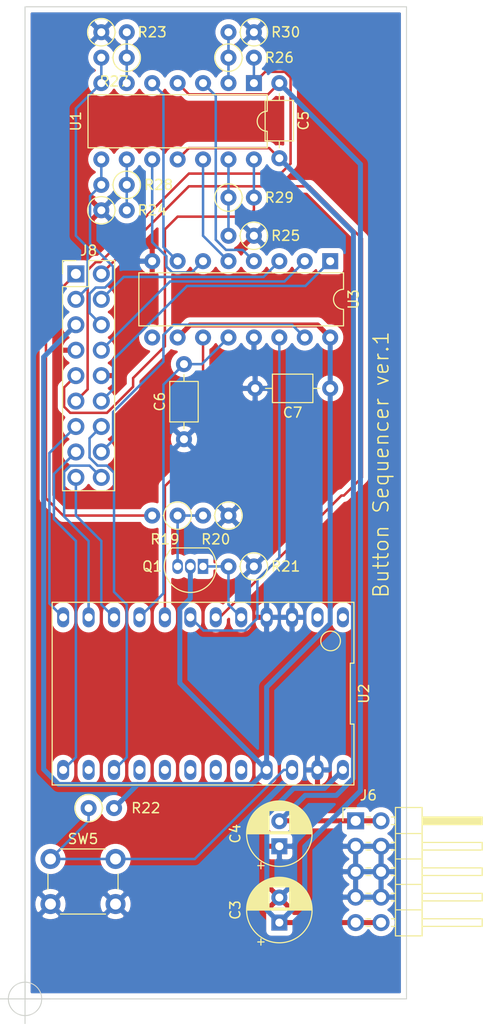
<source format=kicad_pcb>
(kicad_pcb (version 20171130) (host pcbnew "(5.1.8-0-10_14)")
  (layers (0 F.Cu signal) (31 B.Cu signal) (34 B.Paste user) (35 F.Paste user) (36 B.SilkS user) (37 F.SilkS user) (38 B.Mask user) (39 F.Mask user) (44 Edge.Cuts user))
  (net 0 "")
  (net 1 +12V)
  (net 2 GND)
  (net 3 -12V)
  (net 4 /Sheet62451AD7/595_latch)
  (net 5 +5V)
  (net 6 /Sheet62451AD7/clock_in)
  (net 7 /Sheet62451AD7/seq_start)
  (net 8 /Sheet62451AD7/gate_1)
  (net 9 /Sheet62451AD7/select_1)
  (net 10 /Sheet62451AD7/gate_2)
  (net 11 /Sheet62451AD7/select_2)
  (net 12 /Sheet62451AD7/gate_3)
  (net 13 /Sheet62451AD7/gate_4)
  (net 14 /Sheet62451AD7/select_3)
  (net 15 /Sheet62451AD7/re_1)
  (net 16 /Sheet62451AD7/sw_func_2)
  (net 17 /Sheet62451AD7/re_2)
  (net 18 /Sheet62451AD7/select_4)
  (net 19 /Sheet62451AD7/sw_enter)
  (net 20 /Sheet62451AD7/sw_func_1)
  (net 21 "Net-(Q1-Pad3)")
  (net 22 /Sheet62451AD7/clock)
  (net 23 "Net-(R22-Pad1)")
  (net 24 "Net-(R23-Pad2)")
  (net 25 "Net-(R24-Pad2)")
  (net 26 "Net-(R25-Pad2)")
  (net 27 "Net-(R26-Pad2)")
  (net 28 /Sheet62451AD7/gate1)
  (net 29 /Sheet62451AD7/gate3)
  (net 30 /Sheet62451AD7/gate2)
  (net 31 /Sheet62451AD7/gate4)
  (net 32 "Net-(U2-Pad1)")
  (net 33 "Net-(U2-Pad2)")
  (net 34 "Net-(U2-Pad20)")
  (net 35 "Net-(U2-Pad19)")
  (net 36 "Net-(U2-Pad18)")
  (net 37 /Sheet62451AD7/595_data)
  (net 38 "Net-(U2-Pad17)")
  (net 39 /Sheet62451AD7/595_clock)
  (net 40 "Net-(U2-Pad16)")
  (net 41 "Net-(U2-Pad14)")
  (net 42 "Net-(U3-Pad9)")
  (module Capacitor_THT:CP_Radial_D6.3mm_P2.50mm (layer F.Cu) (at 86.36 132.08 90)
    (fp_text reference C3 (at 1.25 -4.4 90) (layer F.SilkS))
    (fp_text value 100u)
    (pad 1 thru_hole rect (at 0 0 90) (size 1.6 1.6) (drill 0.8) (layers *.Cu *.Mask) (net 1 +12V))
    (pad 2 thru_hole circle (at 2.5 0 90) (size 1.6 1.6) (drill 0.8) (layers *.Cu *.Mask) (net 2 GND))
  )
  (module Capacitor_THT:CP_Radial_D6.3mm_P2.50mm (layer F.Cu) (at 86.36 124.46 90)
    (fp_text reference C4 (at 1.25 -4.4 90) (layer F.SilkS))
    (fp_text value 100u)
    (pad 2 thru_hole circle (at 2.5 0 90) (size 1.6 1.6) (drill 0.8) (layers *.Cu *.Mask) (net 3 -12V))
    (pad 1 thru_hole rect (at 0 0 90) (size 1.6 1.6) (drill 0.8) (layers *.Cu *.Mask) (net 2 GND))
  )
  (module Capacitor_THT:C_Axial_L3.8mm_D2.6mm_P7.50mm_Horizontal (layer F.Cu) (at 86.36 48.26 270)
    (fp_text reference C5 (at 3.75 -2.42 90) (layer F.SilkS))
    (fp_text value 0.1u)
    (pad 1 thru_hole circle (at 0 0 270) (size 1.6 1.6) (drill 0.8) (layers *.Cu *.Mask) (net 1 +12V))
    (pad 2 thru_hole oval (at 7.5 0 270) (size 1.6 1.6) (drill 0.8) (layers *.Cu *.Mask) (net 3 -12V))
  )
  (module Capacitor_THT:C_Axial_L3.8mm_D2.6mm_P7.50mm_Horizontal (layer F.Cu) (at 76.835 83.82 90)
    (fp_text reference C6 (at 3.75 -2.42 90) (layer F.SilkS))
    (fp_text value 0.1u)
    (pad 2 thru_hole oval (at 7.5 0 90) (size 1.6 1.6) (drill 0.8) (layers *.Cu *.Mask) (net 4 /Sheet62451AD7/595_latch))
    (pad 1 thru_hole circle (at 0 0 90) (size 1.6 1.6) (drill 0.8) (layers *.Cu *.Mask) (net 2 GND))
  )
  (module Capacitor_THT:C_Axial_L3.8mm_D2.6mm_P7.50mm_Horizontal (layer F.Cu) (at 91.44 78.74 180)
    (fp_text reference C7 (at 3.75 -2.42) (layer F.SilkS))
    (fp_text value 0.1u)
    (pad 1 thru_hole circle (at 0 0 180) (size 1.6 1.6) (drill 0.8) (layers *.Cu *.Mask) (net 5 +5V))
    (pad 2 thru_hole oval (at 7.5 0 180) (size 1.6 1.6) (drill 0.8) (layers *.Cu *.Mask) (net 2 GND))
  )
  (module Connector_PinHeader_2.54mm:PinHeader_2x05_P2.54mm_Horizontal (layer F.Cu) (at 93.98 121.92)
    (fp_text reference J6 (at 1.27 -2.54) (layer F.SilkS))
    (fp_text value power_bus)
    (pad 1 thru_hole rect (at 0 0) (size 1.7 1.7) (drill 1) (layers *.Cu *.Mask) (net 3 -12V))
    (pad 2 thru_hole oval (at 2.54 0) (size 1.7 1.7) (drill 1) (layers *.Cu *.Mask) (net 3 -12V))
    (pad 3 thru_hole oval (at 0 2.54) (size 1.7 1.7) (drill 1) (layers *.Cu *.Mask) (net 2 GND))
    (pad 4 thru_hole oval (at 2.54 2.54) (size 1.7 1.7) (drill 1) (layers *.Cu *.Mask) (net 2 GND))
    (pad 5 thru_hole oval (at 0 5.08) (size 1.7 1.7) (drill 1) (layers *.Cu *.Mask) (net 2 GND))
    (pad 6 thru_hole oval (at 2.54 5.08) (size 1.7 1.7) (drill 1) (layers *.Cu *.Mask) (net 2 GND))
    (pad 7 thru_hole oval (at 0 7.62) (size 1.7 1.7) (drill 1) (layers *.Cu *.Mask) (net 2 GND))
    (pad 8 thru_hole oval (at 2.54 7.62) (size 1.7 1.7) (drill 1) (layers *.Cu *.Mask) (net 2 GND))
    (pad 9 thru_hole oval (at 0 10.16) (size 1.7 1.7) (drill 1) (layers *.Cu *.Mask) (net 1 +12V))
    (pad 10 thru_hole oval (at 2.54 10.16) (size 1.7 1.7) (drill 1) (layers *.Cu *.Mask) (net 1 +12V))
  )
  (module Connector_PinHeader_2.54mm:PinHeader_2x09_P2.54mm_Vertical (layer F.Cu) (at 66.04 67.31)
    (fp_text reference J8 (at 1.27 -2.33) (layer F.SilkS))
    (fp_text value Conn_02x09_Odd_Even)
    (pad 1 thru_hole rect (at 0 0) (size 1.7 1.7) (drill 1) (layers *.Cu *.Mask) (net 6 /Sheet62451AD7/clock_in))
    (pad 2 thru_hole oval (at 2.54 0) (size 1.7 1.7) (drill 1) (layers *.Cu *.Mask) (net 7 /Sheet62451AD7/seq_start))
    (pad 3 thru_hole oval (at 0 2.54) (size 1.7 1.7) (drill 1) (layers *.Cu *.Mask) (net 8 /Sheet62451AD7/gate_1))
    (pad 4 thru_hole oval (at 2.54 2.54) (size 1.7 1.7) (drill 1) (layers *.Cu *.Mask) (net 9 /Sheet62451AD7/select_1))
    (pad 5 thru_hole oval (at 0 5.08) (size 1.7 1.7) (drill 1) (layers *.Cu *.Mask) (net 5 +5V))
    (pad 6 thru_hole oval (at 2.54 5.08) (size 1.7 1.7) (drill 1) (layers *.Cu *.Mask) (net 10 /Sheet62451AD7/gate_2))
    (pad 7 thru_hole oval (at 0 7.62) (size 1.7 1.7) (drill 1) (layers *.Cu *.Mask) (net 2 GND))
    (pad 8 thru_hole oval (at 2.54 7.62) (size 1.7 1.7) (drill 1) (layers *.Cu *.Mask) (net 11 /Sheet62451AD7/select_2))
    (pad 9 thru_hole oval (at 0 10.16) (size 1.7 1.7) (drill 1) (layers *.Cu *.Mask) (net 12 /Sheet62451AD7/gate_3))
    (pad 10 thru_hole oval (at 2.54 10.16) (size 1.7 1.7) (drill 1) (layers *.Cu *.Mask) (net 2 GND))
    (pad 11 thru_hole oval (at 0 12.7) (size 1.7 1.7) (drill 1) (layers *.Cu *.Mask) (net 13 /Sheet62451AD7/gate_4))
    (pad 12 thru_hole oval (at 2.54 12.7) (size 1.7 1.7) (drill 1) (layers *.Cu *.Mask) (net 14 /Sheet62451AD7/select_3))
    (pad 13 thru_hole oval (at 0 15.24) (size 1.7 1.7) (drill 1) (layers *.Cu *.Mask) (net 15 /Sheet62451AD7/re_1))
    (pad 14 thru_hole oval (at 2.54 15.24) (size 1.7 1.7) (drill 1) (layers *.Cu *.Mask) (net 16 /Sheet62451AD7/sw_func_2))
    (pad 15 thru_hole oval (at 0 17.78) (size 1.7 1.7) (drill 1) (layers *.Cu *.Mask) (net 17 /Sheet62451AD7/re_2))
    (pad 16 thru_hole oval (at 2.54 17.78) (size 1.7 1.7) (drill 1) (layers *.Cu *.Mask) (net 18 /Sheet62451AD7/select_4))
    (pad 17 thru_hole oval (at 0 20.32) (size 1.7 1.7) (drill 1) (layers *.Cu *.Mask) (net 19 /Sheet62451AD7/sw_enter))
    (pad 18 thru_hole oval (at 2.54 20.32) (size 1.7 1.7) (drill 1) (layers *.Cu *.Mask) (net 20 /Sheet62451AD7/sw_func_1))
  )
  (module Package_TO_SOT_THT:TO-92_Inline (layer F.Cu) (at 78.74 96.52 180)
    (fp_text reference Q1 (at 5.08 0) (layer F.SilkS))
    (fp_text value 2SC1815)
    (pad 2 thru_hole oval (at 1.27 0 180) (size 1.05 1.5) (drill 0.75) (layers *.Cu *.Mask) (net 5 +5V))
    (pad 3 thru_hole oval (at 2.54 0 180) (size 1.05 1.5) (drill 0.75) (layers *.Cu *.Mask) (net 21 "Net-(Q1-Pad3)"))
    (pad 1 thru_hole rect (at 0 0 180) (size 1.05 1.5) (drill 0.75) (layers *.Cu *.Mask) (net 22 /Sheet62451AD7/clock))
  )
  (module Resistor_THT:R_Axial_DIN0207_L6.3mm_D2.5mm_P2.54mm_Vertical (layer F.Cu) (at 76.2 91.44 180)
    (fp_text reference R19 (at 1.27 -2.37) (layer F.SilkS))
    (fp_text value 100k)
    (pad 1 thru_hole circle (at 0 0 180) (size 1.6 1.6) (drill 0.8) (layers *.Cu *.Mask) (net 21 "Net-(Q1-Pad3)"))
    (pad 2 thru_hole oval (at 2.54 0 180) (size 1.6 1.6) (drill 0.8) (layers *.Cu *.Mask) (net 6 /Sheet62451AD7/clock_in))
  )
  (module Resistor_THT:R_Axial_DIN0207_L6.3mm_D2.5mm_P2.54mm_Vertical (layer F.Cu) (at 81.28 91.44 180)
    (fp_text reference R20 (at 1.27 -2.37) (layer F.SilkS))
    (fp_text value 100k)
    (pad 2 thru_hole oval (at 2.54 0 180) (size 1.6 1.6) (drill 0.8) (layers *.Cu *.Mask) (net 21 "Net-(Q1-Pad3)"))
    (pad 1 thru_hole circle (at 0 0 180) (size 1.6 1.6) (drill 0.8) (layers *.Cu *.Mask) (net 2 GND))
  )
  (module Resistor_THT:R_Axial_DIN0207_L6.3mm_D2.5mm_P2.54mm_Vertical (layer F.Cu) (at 83.82 96.52 180)
    (fp_text reference R21 (at -3.175 0) (layer F.SilkS))
    (fp_text value 100k)
    (pad 1 thru_hole circle (at 0 0 180) (size 1.6 1.6) (drill 0.8) (layers *.Cu *.Mask) (net 2 GND))
    (pad 2 thru_hole oval (at 2.54 0 180) (size 1.6 1.6) (drill 0.8) (layers *.Cu *.Mask) (net 22 /Sheet62451AD7/clock))
  )
  (module Resistor_THT:R_Axial_DIN0207_L6.3mm_D2.5mm_P2.54mm_Vertical (layer F.Cu) (at 67.31 120.65)
    (fp_text reference R22 (at 5.715 0) (layer F.SilkS))
    (fp_text value 10k)
    (pad 2 thru_hole oval (at 2.54 0) (size 1.6 1.6) (drill 0.8) (layers *.Cu *.Mask) (net 5 +5V))
    (pad 1 thru_hole circle (at 0 0) (size 1.6 1.6) (drill 0.8) (layers *.Cu *.Mask) (net 23 "Net-(R22-Pad1)"))
  )
  (module Resistor_THT:R_Axial_DIN0207_L6.3mm_D2.5mm_P2.54mm_Vertical (layer F.Cu) (at 68.58 43.18)
    (fp_text reference R23 (at 5.08 0) (layer F.SilkS))
    (fp_text value 10k)
    (pad 1 thru_hole circle (at 0 0) (size 1.6 1.6) (drill 0.8) (layers *.Cu *.Mask) (net 2 GND))
    (pad 2 thru_hole oval (at 2.54 0) (size 1.6 1.6) (drill 0.8) (layers *.Cu *.Mask) (net 24 "Net-(R23-Pad2)"))
  )
  (module Resistor_THT:R_Axial_DIN0207_L6.3mm_D2.5mm_P2.54mm_Vertical (layer F.Cu) (at 68.58 60.96)
    (fp_text reference R24 (at 5.08 0) (layer F.SilkS))
    (fp_text value 10k)
    (pad 1 thru_hole circle (at 0 0) (size 1.6 1.6) (drill 0.8) (layers *.Cu *.Mask) (net 2 GND))
    (pad 2 thru_hole oval (at 2.54 0) (size 1.6 1.6) (drill 0.8) (layers *.Cu *.Mask) (net 25 "Net-(R24-Pad2)"))
  )
  (module Resistor_THT:R_Axial_DIN0207_L6.3mm_D2.5mm_P2.54mm_Vertical (layer F.Cu) (at 83.82 63.5 180)
    (fp_text reference R25 (at -3.175 0) (layer F.SilkS))
    (fp_text value 10k)
    (pad 1 thru_hole circle (at 0 0 180) (size 1.6 1.6) (drill 0.8) (layers *.Cu *.Mask) (net 2 GND))
    (pad 2 thru_hole oval (at 2.54 0 180) (size 1.6 1.6) (drill 0.8) (layers *.Cu *.Mask) (net 26 "Net-(R25-Pad2)"))
  )
  (module Resistor_THT:R_Axial_DIN0207_L6.3mm_D2.5mm_P2.54mm_Vertical (layer F.Cu) (at 83.82 43.18 180)
    (fp_text reference R26 (at -2.54 -2.54) (layer F.SilkS))
    (fp_text value 10k)
    (pad 1 thru_hole circle (at 0 0 180) (size 1.6 1.6) (drill 0.8) (layers *.Cu *.Mask) (net 2 GND))
    (pad 2 thru_hole oval (at 2.54 0 180) (size 1.6 1.6) (drill 0.8) (layers *.Cu *.Mask) (net 27 "Net-(R26-Pad2)"))
  )
  (module Resistor_THT:R_Axial_DIN0207_L6.3mm_D2.5mm_P2.54mm_Vertical (layer F.Cu) (at 71.12 45.72 180)
    (fp_text reference R27 (at 1.27 -2.37) (layer F.SilkS))
    (fp_text value 10k)
    (pad 2 thru_hole oval (at 2.54 0 180) (size 1.6 1.6) (drill 0.8) (layers *.Cu *.Mask) (net 8 /Sheet62451AD7/gate_1))
    (pad 1 thru_hole circle (at 0 0 180) (size 1.6 1.6) (drill 0.8) (layers *.Cu *.Mask) (net 24 "Net-(R23-Pad2)"))
  )
  (module Resistor_THT:R_Axial_DIN0207_L6.3mm_D2.5mm_P2.54mm_Vertical (layer F.Cu) (at 71.12 58.42 180)
    (fp_text reference R28 (at -3.175 0) (layer F.SilkS))
    (fp_text value 10k)
    (pad 2 thru_hole oval (at 2.54 0 180) (size 1.6 1.6) (drill 0.8) (layers *.Cu *.Mask) (net 10 /Sheet62451AD7/gate_2))
    (pad 1 thru_hole circle (at 0 0 180) (size 1.6 1.6) (drill 0.8) (layers *.Cu *.Mask) (net 25 "Net-(R24-Pad2)"))
  )
  (module Resistor_THT:R_Axial_DIN0207_L6.3mm_D2.5mm_P2.54mm_Vertical (layer F.Cu) (at 81.28 59.69)
    (fp_text reference R29 (at 5.08 0) (layer F.SilkS))
    (fp_text value 10k)
    (pad 2 thru_hole oval (at 2.54 0) (size 1.6 1.6) (drill 0.8) (layers *.Cu *.Mask) (net 12 /Sheet62451AD7/gate_3))
    (pad 1 thru_hole circle (at 0 0) (size 1.6 1.6) (drill 0.8) (layers *.Cu *.Mask) (net 26 "Net-(R25-Pad2)"))
  )
  (module Resistor_THT:R_Axial_DIN0207_L6.3mm_D2.5mm_P2.54mm_Vertical (layer F.Cu) (at 81.28 45.72)
    (fp_text reference R30 (at 5.715 -2.54) (layer F.SilkS))
    (fp_text value 10k)
    (pad 2 thru_hole oval (at 2.54 0) (size 1.6 1.6) (drill 0.8) (layers *.Cu *.Mask) (net 13 /Sheet62451AD7/gate_4))
    (pad 1 thru_hole circle (at 0 0) (size 1.6 1.6) (drill 0.8) (layers *.Cu *.Mask) (net 27 "Net-(R26-Pad2)"))
  )
  (module Button_Switch_THT:SW_PUSH_6mm (layer F.Cu) (at 63.5 125.73)
    (fp_text reference SW5 (at 3.25 -2) (layer F.SilkS))
    (fp_text value SW_Push)
    (pad 2 thru_hole circle (at 0 4.5 90) (size 2 2) (drill 1.1) (layers *.Cu *.Mask) (net 2 GND))
    (pad 1 thru_hole circle (at 0 0 90) (size 2 2) (drill 1.1) (layers *.Cu *.Mask) (net 23 "Net-(R22-Pad1)"))
    (pad 2 thru_hole circle (at 6.5 4.5 90) (size 2 2) (drill 1.1) (layers *.Cu *.Mask) (net 2 GND))
    (pad 1 thru_hole circle (at 6.5 0 90) (size 2 2) (drill 1.1) (layers *.Cu *.Mask) (net 23 "Net-(R22-Pad1)"))
  )
  (module Package_DIP:DIP-14_W7.62mm (layer F.Cu) (at 83.82 48.26 270)
    (fp_text reference U1 (at 3.81 17.78 90) (layer F.SilkS))
    (fp_text value TL074)
    (pad 1 thru_hole rect (at 0 0 270) (size 1.6 1.6) (drill 0.8) (layers *.Cu *.Mask) (net 13 /Sheet62451AD7/gate_4))
    (pad 8 thru_hole oval (at 7.62 15.24 270) (size 1.6 1.6) (drill 0.8) (layers *.Cu *.Mask) (net 10 /Sheet62451AD7/gate_2))
    (pad 2 thru_hole oval (at 0 2.54 270) (size 1.6 1.6) (drill 0.8) (layers *.Cu *.Mask) (net 27 "Net-(R26-Pad2)"))
    (pad 9 thru_hole oval (at 7.62 12.7 270) (size 1.6 1.6) (drill 0.8) (layers *.Cu *.Mask) (net 25 "Net-(R24-Pad2)"))
    (pad 3 thru_hole oval (at 0 5.08 270) (size 1.6 1.6) (drill 0.8) (layers *.Cu *.Mask) (net 31 /Sheet62451AD7/gate4))
    (pad 10 thru_hole oval (at 7.62 10.16 270) (size 1.6 1.6) (drill 0.8) (layers *.Cu *.Mask) (net 30 /Sheet62451AD7/gate2))
    (pad 4 thru_hole oval (at 0 7.62 270) (size 1.6 1.6) (drill 0.8) (layers *.Cu *.Mask) (net 1 +12V))
    (pad 11 thru_hole oval (at 7.62 7.62 270) (size 1.6 1.6) (drill 0.8) (layers *.Cu *.Mask) (net 3 -12V))
    (pad 5 thru_hole oval (at 0 10.16 270) (size 1.6 1.6) (drill 0.8) (layers *.Cu *.Mask) (net 28 /Sheet62451AD7/gate1))
    (pad 12 thru_hole oval (at 7.62 5.08 270) (size 1.6 1.6) (drill 0.8) (layers *.Cu *.Mask) (net 29 /Sheet62451AD7/gate3))
    (pad 6 thru_hole oval (at 0 12.7 270) (size 1.6 1.6) (drill 0.8) (layers *.Cu *.Mask) (net 24 "Net-(R23-Pad2)"))
    (pad 13 thru_hole oval (at 7.62 2.54 270) (size 1.6 1.6) (drill 0.8) (layers *.Cu *.Mask) (net 26 "Net-(R25-Pad2)"))
    (pad 7 thru_hole oval (at 0 15.24 270) (size 1.6 1.6) (drill 0.8) (layers *.Cu *.Mask) (net 8 /Sheet62451AD7/gate_1))
    (pad 14 thru_hole oval (at 7.62 0 270) (size 1.6 1.6) (drill 0.8) (layers *.Cu *.Mask) (net 12 /Sheet62451AD7/gate_3))
  )
  (module ClockGenerator:Pro_Micro_Top_side_Up (layer F.Cu) (at 78.74 109.22 180)
    (fp_text reference U2 (at -16.07 0 90) (layer F.SilkS))
    (fp_text value ProMicro)
    (pad 24 thru_hole oval (at -13.97 -7.62 180) (size 1.2 2) (drill 0.8) (layers *.Cu *.Mask) (net 1 +12V))
    (pad 1 thru_hole oval (at -13.97 7.62 180) (size 1.2 2) (drill 0.8) (layers *.Cu *.Mask) (net 32 "Net-(U2-Pad1)"))
    (pad 23 thru_hole oval (at -11.43 -7.62 180) (size 1.2 2) (drill 0.8) (layers *.Cu *.Mask) (net 2 GND))
    (pad 2 thru_hole oval (at -11.43 7.62 180) (size 1.2 2) (drill 0.8) (layers *.Cu *.Mask) (net 33 "Net-(U2-Pad2)"))
    (pad 22 thru_hole oval (at -8.89 -7.62 180) (size 1.2 2) (drill 0.8) (layers *.Cu *.Mask) (net 23 "Net-(R22-Pad1)"))
    (pad 3 thru_hole oval (at -8.89 7.62 180) (size 1.2 2) (drill 0.8) (layers *.Cu *.Mask) (net 2 GND))
    (pad 21 thru_hole oval (at -6.35 -7.62 180) (size 1.2 2) (drill 0.8) (layers *.Cu *.Mask) (net 5 +5V))
    (pad 4 thru_hole oval (at -6.35 7.62 180) (size 1.2 2) (drill 0.8) (layers *.Cu *.Mask) (net 2 GND))
    (pad 20 thru_hole oval (at -3.81 -7.62 180) (size 1.2 2) (drill 0.8) (layers *.Cu *.Mask) (net 34 "Net-(U2-Pad20)"))
    (pad 5 thru_hole oval (at -3.81 7.62 180) (size 1.2 2) (drill 0.8) (layers *.Cu *.Mask) (net 22 /Sheet62451AD7/clock))
    (pad 19 thru_hole oval (at -1.27 -7.62 180) (size 1.2 2) (drill 0.8) (layers *.Cu *.Mask) (net 35 "Net-(U2-Pad19)"))
    (pad 6 thru_hole oval (at -1.27 7.62 180) (size 1.2 2) (drill 0.8) (layers *.Cu *.Mask) (net 7 /Sheet62451AD7/seq_start))
    (pad 18 thru_hole oval (at 1.27 -7.62 180) (size 1.2 2) (drill 0.8) (layers *.Cu *.Mask) (net 36 "Net-(U2-Pad18)"))
    (pad 7 thru_hole oval (at 1.27 7.62 180) (size 1.2 2) (drill 0.8) (layers *.Cu *.Mask) (net 37 /Sheet62451AD7/595_data))
    (pad 17 thru_hole oval (at 3.81 -7.62 180) (size 1.2 2) (drill 0.8) (layers *.Cu *.Mask) (net 38 "Net-(U2-Pad17)"))
    (pad 8 thru_hole oval (at 3.81 7.62 180) (size 1.2 2) (drill 0.8) (layers *.Cu *.Mask) (net 39 /Sheet62451AD7/595_clock))
    (pad 16 thru_hole oval (at 6.35 -7.62 180) (size 1.2 2) (drill 0.8) (layers *.Cu *.Mask) (net 40 "Net-(U2-Pad16)"))
    (pad 9 thru_hole oval (at 6.35 7.62 180) (size 1.2 2) (drill 0.8) (layers *.Cu *.Mask) (net 4 /Sheet62451AD7/595_latch))
    (pad 15 thru_hole oval (at 8.89 -7.62 180) (size 1.2 2) (drill 0.8) (layers *.Cu *.Mask) (net 16 /Sheet62451AD7/sw_func_2))
    (pad 10 thru_hole oval (at 8.89 7.62 180) (size 1.2 2) (drill 0.8) (layers *.Cu *.Mask) (net 19 /Sheet62451AD7/sw_enter))
    (pad 14 thru_hole oval (at 11.43 -7.62 180) (size 1.2 2) (drill 0.8) (layers *.Cu *.Mask) (net 41 "Net-(U2-Pad14)"))
    (pad 11 thru_hole oval (at 11.43 7.62 180) (size 1.2 2) (drill 0.8) (layers *.Cu *.Mask) (net 20 /Sheet62451AD7/sw_func_1))
    (pad 13 thru_hole oval (at 13.97 -7.62 180) (size 1.2 2) (drill 0.8) (layers *.Cu *.Mask) (net 17 /Sheet62451AD7/re_2))
    (pad 12 thru_hole oval (at 13.97 7.62 180) (size 1.2 2) (drill 0.8) (layers *.Cu *.Mask) (net 15 /Sheet62451AD7/re_1))
  )
  (module Package_DIP:DIP-16_W7.62mm (layer F.Cu) (at 91.44 66.04 270)
    (fp_text reference U3 (at 3.81 -2.33 90) (layer F.SilkS))
    (fp_text value 74HC595)
    (pad 1 thru_hole rect (at 0 0 270) (size 1.6 1.6) (drill 0.8) (layers *.Cu *.Mask) (net 14 /Sheet62451AD7/select_3))
    (pad 9 thru_hole oval (at 7.62 17.78 270) (size 1.6 1.6) (drill 0.8) (layers *.Cu *.Mask) (net 42 "Net-(U3-Pad9)"))
    (pad 2 thru_hole oval (at 0 2.54 270) (size 1.6 1.6) (drill 0.8) (layers *.Cu *.Mask) (net 11 /Sheet62451AD7/select_2))
    (pad 10 thru_hole oval (at 7.62 15.24 270) (size 1.6 1.6) (drill 0.8) (layers *.Cu *.Mask) (net 5 +5V))
    (pad 3 thru_hole oval (at 0 5.08 270) (size 1.6 1.6) (drill 0.8) (layers *.Cu *.Mask) (net 9 /Sheet62451AD7/select_1))
    (pad 11 thru_hole oval (at 7.62 12.7 270) (size 1.6 1.6) (drill 0.8) (layers *.Cu *.Mask) (net 39 /Sheet62451AD7/595_clock))
    (pad 4 thru_hole oval (at 0 7.62 270) (size 1.6 1.6) (drill 0.8) (layers *.Cu *.Mask) (net 31 /Sheet62451AD7/gate4))
    (pad 12 thru_hole oval (at 7.62 10.16 270) (size 1.6 1.6) (drill 0.8) (layers *.Cu *.Mask) (net 4 /Sheet62451AD7/595_latch))
    (pad 5 thru_hole oval (at 0 10.16 270) (size 1.6 1.6) (drill 0.8) (layers *.Cu *.Mask) (net 29 /Sheet62451AD7/gate3))
    (pad 13 thru_hole oval (at 7.62 7.62 270) (size 1.6 1.6) (drill 0.8) (layers *.Cu *.Mask) (net 2 GND))
    (pad 6 thru_hole oval (at 0 12.7 270) (size 1.6 1.6) (drill 0.8) (layers *.Cu *.Mask) (net 30 /Sheet62451AD7/gate2))
    (pad 14 thru_hole oval (at 7.62 5.08 270) (size 1.6 1.6) (drill 0.8) (layers *.Cu *.Mask) (net 37 /Sheet62451AD7/595_data))
    (pad 7 thru_hole oval (at 0 15.24 270) (size 1.6 1.6) (drill 0.8) (layers *.Cu *.Mask) (net 28 /Sheet62451AD7/gate1))
    (pad 15 thru_hole oval (at 7.62 2.54 270) (size 1.6 1.6) (drill 0.8) (layers *.Cu *.Mask) (net 18 /Sheet62451AD7/select_4))
    (pad 8 thru_hole oval (at 0 17.78 270) (size 1.6 1.6) (drill 0.8) (layers *.Cu *.Mask) (net 2 GND))
    (pad 16 thru_hole oval (at 7.62 0 270) (size 1.6 1.6) (drill 0.8) (layers *.Cu *.Mask) (net 5 +5V))
  )
  (gr_text "Button Sequencer ver.1" (at 96.52 86.36 90) (layer F.SilkS) (effects (font (size 1.5 1.5))))
  (target plus (at 60.96 139.7) (size 5) (width 0.1) (layer Edge.Cuts))
  (gr_line (start 99.06 40.64) (end 60.96 40.64) (layer Edge.Cuts) (width 0.1))
  (gr_line (start 99.06 139.7) (end 99.06 40.64) (layer Edge.Cuts) (width 0.1))
  (gr_line (start 60.96 139.7) (end 99.06 139.7) (layer Edge.Cuts) (width 0.1))
  (gr_line (start 60.96 40.64) (end 60.96 139.7) (layer Edge.Cuts) (width 0.1))
  (segment (start 85.234999 49.385001) (end 86.36 48.26) (width 0.25) (layer F.Cu) (net 1))
  (segment (start 77.325001 49.385001) (end 85.234999 49.385001) (width 0.25) (layer F.Cu) (net 1))
  (segment (start 76.2 48.26) (end 77.325001 49.385001) (width 0.25) (layer F.Cu) (net 1))
  (segment (start 94.46002 118.929978) (end 88.9 124.489998) (width 0.5) (layer B.Cu) (net 1))
  (segment (start 94.46002 56.36002) (end 94.46002 118.929978) (width 0.5) (layer B.Cu) (net 1))
  (segment (start 86.36 48.26) (end 94.46002 56.36002) (width 0.5) (layer B.Cu) (net 1))
  (segment (start 88.9 129.54) (end 86.36 132.08) (width 0.5) (layer B.Cu) (net 1))
  (segment (start 88.9 124.489998) (end 88.9 129.54) (width 0.5) (layer B.Cu) (net 1))
  (segment (start 96.52 132.08) (end 86.36 132.08) (width 0.5) (layer F.Cu) (net 1))
  (segment (start 85.109999 130.829999) (end 86.36 132.08) (width 0.5) (layer B.Cu) (net 1))
  (segment (start 87.790008 118.67999) (end 85.109999 121.359999) (width 0.5) (layer B.Cu) (net 1))
  (segment (start 90.87001 118.67999) (end 87.790008 118.67999) (width 0.5) (layer B.Cu) (net 1))
  (segment (start 85.109999 121.359999) (end 85.109999 130.829999) (width 0.5) (layer B.Cu) (net 1))
  (segment (start 92.71 116.84) (end 90.87001 118.67999) (width 0.5) (layer B.Cu) (net 1))
  (segment (start 77.325001 54.754999) (end 76.2 55.88) (width 0.25) (layer F.Cu) (net 3))
  (segment (start 85.354999 54.754999) (end 77.325001 54.754999) (width 0.25) (layer F.Cu) (net 3))
  (segment (start 86.36 55.76) (end 85.354999 54.754999) (width 0.25) (layer F.Cu) (net 3))
  (segment (start 93.76001 117.674928) (end 92.054938 119.38) (width 0.5) (layer B.Cu) (net 3))
  (segment (start 93.76001 63.16001) (end 93.76001 117.674928) (width 0.5) (layer B.Cu) (net 3))
  (segment (start 86.36 55.76) (end 93.76001 63.16001) (width 0.5) (layer B.Cu) (net 3))
  (segment (start 88.94 119.38) (end 86.36 121.96) (width 0.5) (layer B.Cu) (net 3))
  (segment (start 92.054938 119.38) (end 88.94 119.38) (width 0.5) (layer B.Cu) (net 3))
  (segment (start 86.4 121.92) (end 86.36 121.96) (width 0.5) (layer F.Cu) (net 3))
  (segment (start 96.52 121.92) (end 86.4 121.92) (width 0.5) (layer F.Cu) (net 3))
  (segment (start 74.785001 78.369999) (end 76.835 76.32) (width 0.25) (layer B.Cu) (net 4))
  (segment (start 74.785001 99.204999) (end 74.785001 78.369999) (width 0.25) (layer B.Cu) (net 4))
  (segment (start 72.39 101.6) (end 74.785001 99.204999) (width 0.25) (layer B.Cu) (net 4))
  (segment (start 78.62 76.32) (end 81.28 73.66) (width 0.25) (layer B.Cu) (net 4))
  (segment (start 76.835 76.32) (end 78.62 76.32) (width 0.25) (layer B.Cu) (net 4))
  (segment (start 77.450001 72.409999) (end 76.2 73.66) (width 0.5) (layer F.Cu) (net 5))
  (segment (start 90.189999 72.409999) (end 77.450001 72.409999) (width 0.5) (layer F.Cu) (net 5))
  (segment (start 91.44 73.66) (end 90.189999 72.409999) (width 0.5) (layer F.Cu) (net 5))
  (segment (start 83.63999 118.29001) (end 85.09 116.84) (width 0.5) (layer B.Cu) (net 5))
  (segment (start 62.819971 116.774909) (end 64.335072 118.29001) (width 0.5) (layer B.Cu) (net 5))
  (segment (start 62.819971 75.610029) (end 62.819971 116.774909) (width 0.5) (layer B.Cu) (net 5))
  (segment (start 66.04 72.39) (end 62.819971 75.610029) (width 0.5) (layer B.Cu) (net 5))
  (segment (start 76.41999 108.16999) (end 85.09 116.84) (width 0.5) (layer B.Cu) (net 5))
  (segment (start 76.41999 100.765072) (end 76.41999 108.16999) (width 0.5) (layer B.Cu) (net 5))
  (segment (start 77.47 99.715062) (end 76.41999 100.765072) (width 0.5) (layer B.Cu) (net 5))
  (segment (start 77.47 96.52) (end 77.47 99.715062) (width 0.5) (layer B.Cu) (net 5))
  (segment (start 91.44 73.66) (end 91.44 78.74) (width 0.5) (layer B.Cu) (net 5))
  (segment (start 85.09 108.564938) (end 85.09 116.84) (width 0.5) (layer B.Cu) (net 5))
  (segment (start 91.44 102.214938) (end 85.09 108.564938) (width 0.5) (layer B.Cu) (net 5))
  (segment (start 91.44 78.74) (end 91.44 102.214938) (width 0.5) (layer B.Cu) (net 5))
  (segment (start 69.85 120.65) (end 72.20999 118.29001) (width 0.5) (layer B.Cu) (net 5))
  (segment (start 72.20999 118.29001) (end 83.63999 118.29001) (width 0.5) (layer B.Cu) (net 5))
  (segment (start 64.335072 118.29001) (end 72.20999 118.29001) (width 0.5) (layer B.Cu) (net 5))
  (segment (start 63.049991 70.300009) (end 63.049991 89.719991) (width 0.25) (layer F.Cu) (net 6))
  (segment (start 66.04 67.31) (end 63.049991 70.300009) (width 0.25) (layer F.Cu) (net 6))
  (segment (start 63.049991 89.719991) (end 64.77 91.44) (width 0.25) (layer F.Cu) (net 6))
  (segment (start 64.77 91.44) (end 73.66 91.44) (width 0.25) (layer F.Cu) (net 6))
  (segment (start 80.405002 101.6) (end 80.01 101.6) (width 0.25) (layer F.Cu) (net 7))
  (segment (start 94.615 87.63) (end 92.804999 89.440001) (width 0.25) (layer F.Cu) (net 7))
  (segment (start 92.565001 89.440001) (end 80.405002 101.6) (width 0.25) (layer F.Cu) (net 7))
  (segment (start 92.804999 89.440001) (end 92.565001 89.440001) (width 0.25) (layer F.Cu) (net 7))
  (segment (start 77.325001 58.564999) (end 89.390001 58.564999) (width 0.25) (layer F.Cu) (net 7))
  (segment (start 94.615 63.789998) (end 94.615 87.63) (width 0.25) (layer F.Cu) (net 7))
  (segment (start 89.390001 58.564999) (end 94.615 63.789998) (width 0.25) (layer F.Cu) (net 7))
  (segment (start 68.58 67.31) (end 77.325001 58.564999) (width 0.25) (layer F.Cu) (net 7))
  (segment (start 68.58 45.72) (end 68.58 48.26) (width 0.25) (layer B.Cu) (net 8))
  (segment (start 67.215001 68.674999) (end 67.215001 64.675001) (width 0.25) (layer B.Cu) (net 8))
  (segment (start 66.04 69.85) (end 67.215001 68.674999) (width 0.25) (layer B.Cu) (net 8))
  (segment (start 67.215001 64.675001) (end 66.04 63.5) (width 0.25) (layer B.Cu) (net 8))
  (segment (start 66.04 50.8) (end 68.58 48.26) (width 0.25) (layer B.Cu) (net 8))
  (segment (start 66.04 63.5) (end 66.04 50.8) (width 0.25) (layer B.Cu) (net 8))
  (segment (start 70.81499 67.61501) (end 68.58 69.85) (width 0.25) (layer B.Cu) (net 9))
  (segment (start 84.78499 67.61501) (end 70.81499 67.61501) (width 0.25) (layer B.Cu) (net 9))
  (segment (start 86.36 66.04) (end 84.78499 67.61501) (width 0.25) (layer B.Cu) (net 9))
  (segment (start 68.58 55.88) (end 68.58 58.42) (width 0.25) (layer B.Cu) (net 10))
  (segment (start 67.404999 69.285999) (end 67.404999 71.214999) (width 0.25) (layer B.Cu) (net 10))
  (segment (start 69.755001 67.874001) (end 68.954003 68.674999) (width 0.25) (layer B.Cu) (net 10))
  (segment (start 69.755001 66.578591) (end 69.755001 67.874001) (width 0.25) (layer B.Cu) (net 10))
  (segment (start 67.404999 71.214999) (end 68.58 72.39) (width 0.25) (layer B.Cu) (net 10))
  (segment (start 67.454999 64.278589) (end 69.755001 66.578591) (width 0.25) (layer B.Cu) (net 10))
  (segment (start 68.954003 68.674999) (end 68.015999 68.674999) (width 0.25) (layer B.Cu) (net 10))
  (segment (start 67.454999 59.545001) (end 67.454999 64.278589) (width 0.25) (layer B.Cu) (net 10))
  (segment (start 68.015999 68.674999) (end 67.404999 69.285999) (width 0.25) (layer B.Cu) (net 10))
  (segment (start 68.58 58.42) (end 67.454999 59.545001) (width 0.25) (layer B.Cu) (net 10))
  (segment (start 75.44498 68.06502) (end 68.58 74.93) (width 0.25) (layer B.Cu) (net 11))
  (segment (start 86.87498 68.06502) (end 75.44498 68.06502) (width 0.25) (layer B.Cu) (net 11))
  (segment (start 88.9 66.04) (end 86.87498 68.06502) (width 0.25) (layer B.Cu) (net 11))
  (segment (start 83.82 55.88) (end 83.82 58.42) (width 0.25) (layer B.Cu) (net 12))
  (segment (start 83.82 58.42) (end 83.82 59.69) (width 0.25) (layer B.Cu) (net 12))
  (segment (start 64.864999 78.645001) (end 66.04 77.47) (width 0.25) (layer F.Cu) (net 12))
  (segment (start 76.2 61.595) (end 74.93 62.865) (width 0.25) (layer F.Cu) (net 12))
  (segment (start 74.93 62.865) (end 74.93 74.534998) (width 0.25) (layer F.Cu) (net 12))
  (segment (start 65.475999 81.185001) (end 64.864999 80.574001) (width 0.25) (layer F.Cu) (net 12))
  (segment (start 69.144001 81.185001) (end 65.475999 81.185001) (width 0.25) (layer F.Cu) (net 12))
  (segment (start 71.755 78.574002) (end 69.144001 81.185001) (width 0.25) (layer F.Cu) (net 12))
  (segment (start 71.755 77.709998) (end 71.755 78.574002) (width 0.25) (layer F.Cu) (net 12))
  (segment (start 64.864999 80.574001) (end 64.864999 78.645001) (width 0.25) (layer F.Cu) (net 12))
  (segment (start 83.82 59.69) (end 83.82 60.96) (width 0.25) (layer F.Cu) (net 12))
  (segment (start 83.185 61.595) (end 76.2 61.595) (width 0.25) (layer F.Cu) (net 12))
  (segment (start 74.93 74.534998) (end 71.755 77.709998) (width 0.25) (layer F.Cu) (net 12))
  (segment (start 83.82 60.96) (end 83.185 61.595) (width 0.25) (layer F.Cu) (net 12))
  (segment (start 83.82 45.72) (end 83.82 48.26) (width 0.25) (layer B.Cu) (net 13))
  (segment (start 67.215001 78.834999) (end 66.04 80.01) (width 0.25) (layer F.Cu) (net 13))
  (segment (start 68.015999 66.134999) (end 67.215001 66.935997) (width 0.25) (layer F.Cu) (net 13))
  (segment (start 68.485001 66.134999) (end 68.015999 66.134999) (width 0.25) (layer F.Cu) (net 13))
  (segment (start 77.325001 57.294999) (end 68.485001 66.134999) (width 0.25) (layer F.Cu) (net 13))
  (segment (start 86.490003 57.294999) (end 77.325001 57.294999) (width 0.25) (layer F.Cu) (net 13))
  (segment (start 87.485001 56.300001) (end 86.490003 57.294999) (width 0.25) (layer F.Cu) (net 13))
  (segment (start 67.215001 66.935997) (end 67.215001 78.834999) (width 0.25) (layer F.Cu) (net 13))
  (segment (start 87.485001 47.719999) (end 87.485001 56.300001) (width 0.25) (layer F.Cu) (net 13))
  (segment (start 86.900001 47.134999) (end 87.485001 47.719999) (width 0.25) (layer F.Cu) (net 13))
  (segment (start 84.945001 47.134999) (end 86.900001 47.134999) (width 0.25) (layer F.Cu) (net 13))
  (segment (start 83.82 48.26) (end 84.945001 47.134999) (width 0.25) (layer F.Cu) (net 13))
  (segment (start 69.755001 75.899997) (end 77.139968 68.51503) (width 0.25) (layer B.Cu) (net 14))
  (segment (start 69.755001 78.834999) (end 69.755001 75.899997) (width 0.25) (layer B.Cu) (net 14))
  (segment (start 88.96497 68.51503) (end 91.44 66.04) (width 0.25) (layer B.Cu) (net 14))
  (segment (start 77.139968 68.51503) (end 88.96497 68.51503) (width 0.25) (layer B.Cu) (net 14))
  (segment (start 68.58 80.01) (end 69.755001 78.834999) (width 0.25) (layer B.Cu) (net 14))
  (segment (start 63.394981 100.224981) (end 64.77 101.6) (width 0.25) (layer B.Cu) (net 15))
  (segment (start 63.394981 85.195019) (end 63.394981 100.224981) (width 0.25) (layer B.Cu) (net 15))
  (segment (start 66.04 82.55) (end 63.394981 85.195019) (width 0.25) (layer B.Cu) (net 15))
  (segment (start 69.144001 86.454999) (end 69.85 87.160998) (width 0.25) (layer B.Cu) (net 16))
  (segment (start 67.404999 83.725001) (end 67.404999 85.654001) (width 0.25) (layer B.Cu) (net 16))
  (segment (start 68.205997 86.454999) (end 69.144001 86.454999) (width 0.25) (layer B.Cu) (net 16))
  (segment (start 67.404999 85.654001) (end 68.205997 86.454999) (width 0.25) (layer B.Cu) (net 16))
  (segment (start 68.58 82.55) (end 67.404999 83.725001) (width 0.25) (layer B.Cu) (net 16))
  (segment (start 69.85 87.160998) (end 69.85 99.06) (width 0.25) (layer B.Cu) (net 16))
  (segment (start 69.85 99.06) (end 71.12 100.33) (width 0.25) (layer B.Cu) (net 16))
  (segment (start 71.12 115.57) (end 69.85 116.84) (width 0.25) (layer B.Cu) (net 16))
  (segment (start 71.12 100.33) (end 71.12 115.57) (width 0.25) (layer B.Cu) (net 16))
  (segment (start 66.04 93.98) (end 66.04 115.57) (width 0.25) (layer B.Cu) (net 17))
  (segment (start 66.04 115.57) (end 64.77 116.84) (width 0.25) (layer B.Cu) (net 17))
  (segment (start 63.84499 91.78499) (end 66.04 93.98) (width 0.25) (layer B.Cu) (net 17))
  (segment (start 63.84499 87.28501) (end 63.84499 91.78499) (width 0.25) (layer B.Cu) (net 17))
  (segment (start 66.04 85.09) (end 63.84499 87.28501) (width 0.25) (layer B.Cu) (net 17))
  (segment (start 88.9 73.66) (end 87.63 72.39) (width 0.25) (layer B.Cu) (net 18))
  (segment (start 69.755001 81.099997) (end 69.755001 83.914999) (width 0.25) (layer B.Cu) (net 18))
  (segment (start 74.785001 76.069997) (end 69.755001 81.099997) (width 0.25) (layer B.Cu) (net 18))
  (segment (start 74.785001 73.409997) (end 74.785001 76.069997) (width 0.25) (layer B.Cu) (net 18))
  (segment (start 75.804998 72.39) (end 74.785001 73.409997) (width 0.25) (layer B.Cu) (net 18))
  (segment (start 69.755001 83.914999) (end 68.58 85.09) (width 0.25) (layer B.Cu) (net 18))
  (segment (start 87.63 72.39) (end 75.804998 72.39) (width 0.25) (layer B.Cu) (net 18))
  (segment (start 66.04 87.63) (end 66.04 91.44) (width 0.25) (layer B.Cu) (net 19))
  (segment (start 66.04 91.44) (end 68.58 93.98) (width 0.25) (layer B.Cu) (net 19))
  (segment (start 68.58 100.33) (end 69.85 101.6) (width 0.25) (layer B.Cu) (net 19))
  (segment (start 68.58 93.98) (end 68.58 100.33) (width 0.25) (layer B.Cu) (net 19))
  (segment (start 64.864999 87.065999) (end 64.864999 91.534999) (width 0.25) (layer B.Cu) (net 20))
  (segment (start 65.475999 86.454999) (end 64.864999 87.065999) (width 0.25) (layer B.Cu) (net 20))
  (segment (start 67.404999 86.454999) (end 65.475999 86.454999) (width 0.25) (layer B.Cu) (net 20))
  (segment (start 68.58 87.63) (end 67.404999 86.454999) (width 0.25) (layer B.Cu) (net 20))
  (segment (start 67.31 93.98) (end 67.31 101.6) (width 0.25) (layer B.Cu) (net 20))
  (segment (start 64.864999 91.534999) (end 67.31 93.98) (width 0.25) (layer B.Cu) (net 20))
  (segment (start 76.2 91.44) (end 78.74 91.44) (width 0.25) (layer B.Cu) (net 21))
  (segment (start 76.2 91.44) (end 76.2 96.52) (width 0.25) (layer B.Cu) (net 21))
  (segment (start 78.74 96.52) (end 81.28 96.52) (width 0.25) (layer B.Cu) (net 22))
  (segment (start 81.28 100.33) (end 82.55 101.6) (width 0.25) (layer B.Cu) (net 22))
  (segment (start 81.28 96.52) (end 81.28 100.33) (width 0.25) (layer B.Cu) (net 22))
  (segment (start 67.31 121.92) (end 63.5 125.73) (width 0.25) (layer B.Cu) (net 23))
  (segment (start 67.31 120.65) (end 67.31 121.92) (width 0.25) (layer B.Cu) (net 23))
  (segment (start 86.798161 116.84) (end 87.63 116.84) (width 0.25) (layer B.Cu) (net 23))
  (segment (start 77.908161 125.73) (end 86.798161 116.84) (width 0.25) (layer B.Cu) (net 23))
  (segment (start 70 125.73) (end 77.908161 125.73) (width 0.25) (layer B.Cu) (net 23))
  (segment (start 70 125.73) (end 63.5 125.73) (width 0.25) (layer B.Cu) (net 23))
  (segment (start 71.12 43.18) (end 71.12 48.26) (width 0.25) (layer B.Cu) (net 24))
  (segment (start 71.12 55.88) (end 71.12 60.96) (width 0.25) (layer B.Cu) (net 25))
  (segment (start 81.28 55.88) (end 81.28 63.5) (width 0.25) (layer B.Cu) (net 26))
  (segment (start 81.28 48.26) (end 81.28 43.18) (width 0.25) (layer B.Cu) (net 27))
  (segment (start 74.785001 49.385001) (end 73.66 48.26) (width 0.25) (layer B.Cu) (net 28))
  (segment (start 74.785001 64.625001) (end 74.785001 49.385001) (width 0.25) (layer B.Cu) (net 28))
  (segment (start 76.2 66.04) (end 74.785001 64.625001) (width 0.25) (layer B.Cu) (net 28))
  (segment (start 78.74 63.5) (end 78.74 55.88) (width 0.25) (layer B.Cu) (net 29))
  (segment (start 78.74 63.5) (end 81.28 66.04) (width 0.25) (layer B.Cu) (net 29))
  (segment (start 77.614999 67.165001) (end 78.74 66.04) (width 0.25) (layer B.Cu) (net 30))
  (segment (start 75.074999 66.580001) (end 75.659999 67.165001) (width 0.25) (layer B.Cu) (net 30))
  (segment (start 75.074999 65.551409) (end 75.074999 66.580001) (width 0.25) (layer B.Cu) (net 30))
  (segment (start 75.659999 67.165001) (end 77.614999 67.165001) (width 0.25) (layer B.Cu) (net 30))
  (segment (start 73.66 64.13641) (end 75.074999 65.551409) (width 0.25) (layer B.Cu) (net 30))
  (segment (start 73.66 55.88) (end 73.66 64.13641) (width 0.25) (layer B.Cu) (net 30))
  (segment (start 82.694999 64.914999) (end 83.82 66.04) (width 0.25) (layer B.Cu) (net 31))
  (segment (start 80.01 63.895002) (end 81.029997 64.914999) (width 0.25) (layer B.Cu) (net 31))
  (segment (start 80.01 49.53) (end 80.01 63.895002) (width 0.25) (layer B.Cu) (net 31))
  (segment (start 81.029997 64.914999) (end 82.694999 64.914999) (width 0.25) (layer B.Cu) (net 31))
  (segment (start 78.74 48.26) (end 80.01 49.53) (width 0.25) (layer B.Cu) (net 31))
  (segment (start 86.36 95.645002) (end 86.36 73.66) (width 0.25) (layer B.Cu) (net 37))
  (segment (start 84.16499 97.840012) (end 86.36 95.645002) (width 0.25) (layer B.Cu) (net 37))
  (segment (start 84.16499 101.693171) (end 84.16499 97.840012) (width 0.25) (layer B.Cu) (net 37))
  (segment (start 82.933151 102.92501) (end 84.16499 101.693171) (width 0.25) (layer B.Cu) (net 37))
  (segment (start 78.79501 102.92501) (end 82.933151 102.92501) (width 0.25) (layer B.Cu) (net 37))
  (segment (start 77.47 101.6) (end 78.79501 102.92501) (width 0.25) (layer B.Cu) (net 37))
  (segment (start 78.74 84.694998) (end 74.93 88.504998) (width 0.25) (layer F.Cu) (net 39))
  (segment (start 74.93 88.504998) (end 74.93 101.6) (width 0.25) (layer F.Cu) (net 39))
  (segment (start 78.74 73.66) (end 78.74 84.694998) (width 0.25) (layer F.Cu) (net 39))
  (zone (net 2) (net_name GND) (layer B.Cu) (connect_pads (clearance 0.508)) (min_thickness 0.254) (fill yes (arc_segments 32) (thermal_gap 0.508) (thermal_bridge_width 0.508))
    (polygon (pts (xy 99.06 139.7) (xy 60.96 139.7) (xy 60.96 40.64) (xy 99.06 40.64)))
  )
  (zone (net 2) (net_name GND) (layer F.Cu) (connect_pads (clearance 0.508)) (min_thickness 0.254) (fill yes (arc_segments 32) (thermal_gap 0.508) (thermal_bridge_width 0.508))
    (polygon (pts (xy 99.06 139.7) (xy 60.96 139.7) (xy 60.96 40.64) (xy 99.06 40.64)))
  )
)
</source>
